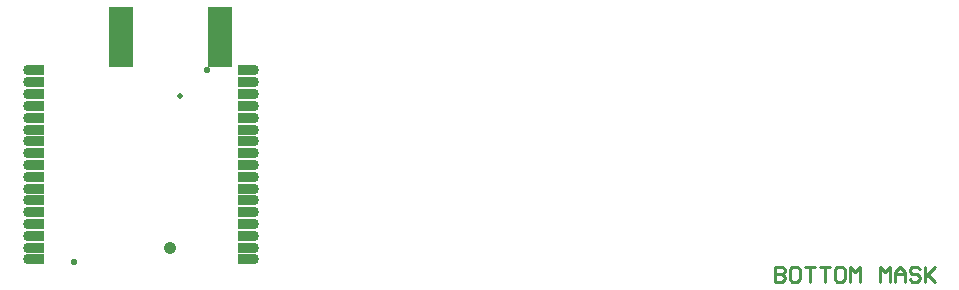
<source format=gbs>
G04*
G04 #@! TF.GenerationSoftware,Altium Limited,Altium Designer,19.0.10 (269)*
G04*
G04 Layer_Color=16711935*
%FSLAX24Y24*%
%MOIN*%
G70*
G01*
G75*
%ADD10C,0.0100*%
%ADD60C,0.0220*%
%ADD97C,0.0339*%
%ADD171C,0.0417*%
%ADD172R,0.0811X0.1992*%
%ADD173R,0.0575X0.0339*%
%ADD174C,0.0181*%
D10*
X24892Y214D02*
Y-285D01*
X25142D01*
X25225Y-202D01*
Y-119D01*
X25142Y-36D01*
X24892D01*
X25142D01*
X25225Y48D01*
Y131D01*
X25142Y214D01*
X24892D01*
X25641D02*
X25475D01*
X25392Y131D01*
Y-202D01*
X25475Y-285D01*
X25641D01*
X25725Y-202D01*
Y131D01*
X25641Y214D01*
X25891D02*
X26225D01*
X26058D01*
Y-285D01*
X26391Y214D02*
X26724D01*
X26558D01*
Y-285D01*
X27141Y214D02*
X26974D01*
X26891Y131D01*
Y-202D01*
X26974Y-285D01*
X27141D01*
X27224Y-202D01*
Y131D01*
X27141Y214D01*
X27391Y-285D02*
Y214D01*
X27558Y48D01*
X27724Y214D01*
Y-285D01*
X28391D02*
Y214D01*
X28557Y48D01*
X28724Y214D01*
Y-285D01*
X28890D02*
Y48D01*
X29057Y214D01*
X29224Y48D01*
Y-285D01*
Y-36D01*
X28890D01*
X29723Y131D02*
X29640Y214D01*
X29474D01*
X29390Y131D01*
Y48D01*
X29474Y-36D01*
X29640D01*
X29723Y-119D01*
Y-202D01*
X29640Y-285D01*
X29474D01*
X29390Y-202D01*
X29890Y214D02*
Y-285D01*
Y-119D01*
X30223Y214D01*
X29973Y-36D01*
X30223Y-285D01*
D60*
X1535Y354D02*
D03*
X5984Y6772D02*
D03*
D97*
X7530Y1240D02*
D03*
Y6752D02*
D03*
X0Y2028D02*
D03*
Y453D02*
D03*
Y846D02*
D03*
X7530Y5571D02*
D03*
Y5177D02*
D03*
Y6358D02*
D03*
X0Y2421D02*
D03*
Y6752D02*
D03*
Y2815D02*
D03*
Y3602D02*
D03*
Y3209D02*
D03*
Y3996D02*
D03*
X7530Y2815D02*
D03*
Y2421D02*
D03*
X0Y4390D02*
D03*
Y4783D02*
D03*
X7530Y5965D02*
D03*
Y4783D02*
D03*
Y4390D02*
D03*
Y3996D02*
D03*
Y3602D02*
D03*
Y3209D02*
D03*
X0Y5965D02*
D03*
Y6358D02*
D03*
Y5177D02*
D03*
Y5571D02*
D03*
Y1240D02*
D03*
Y1634D02*
D03*
X7530Y2028D02*
D03*
Y1634D02*
D03*
Y453D02*
D03*
Y846D02*
D03*
D171*
X4724D02*
D03*
D172*
X6407Y7874D02*
D03*
X3100D02*
D03*
D173*
X7254Y1240D02*
D03*
Y6752D02*
D03*
X276Y2028D02*
D03*
Y453D02*
D03*
Y846D02*
D03*
X7254Y5571D02*
D03*
Y5177D02*
D03*
Y6358D02*
D03*
X276Y2421D02*
D03*
Y6752D02*
D03*
Y2815D02*
D03*
Y3602D02*
D03*
Y3209D02*
D03*
Y3996D02*
D03*
X7254Y2815D02*
D03*
Y2421D02*
D03*
X276Y4390D02*
D03*
Y4783D02*
D03*
X7254Y5965D02*
D03*
Y4783D02*
D03*
Y4390D02*
D03*
Y3996D02*
D03*
Y3602D02*
D03*
Y3209D02*
D03*
X276Y5965D02*
D03*
Y6358D02*
D03*
Y5177D02*
D03*
Y5571D02*
D03*
Y1240D02*
D03*
Y1634D02*
D03*
X7254Y2028D02*
D03*
Y1634D02*
D03*
Y453D02*
D03*
Y846D02*
D03*
D174*
X5071Y5915D02*
D03*
M02*

</source>
